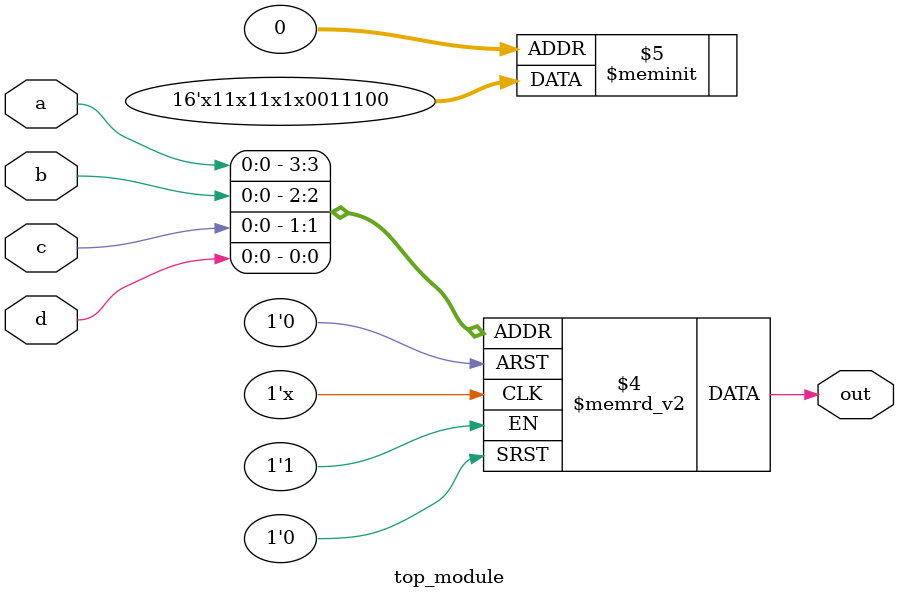
<source format=sv>
module top_module (
	input a, 
	input b,
	input c,
	input d,
	output reg out
);

always @(*) begin
    case({a, b, c, d})
        4'b0000, 4'b0001, 4'b0101, 4'b0110:
            out = 1'b0;
        4'b0011, 4'b0010, 4'b1110, 4'b1101, 4'b1000, 4'b0100, 4'b1011, 4'b1010:
            out = 1'b1;
        default:
            out = 1'bx;
    endcase
end

endmodule

</source>
